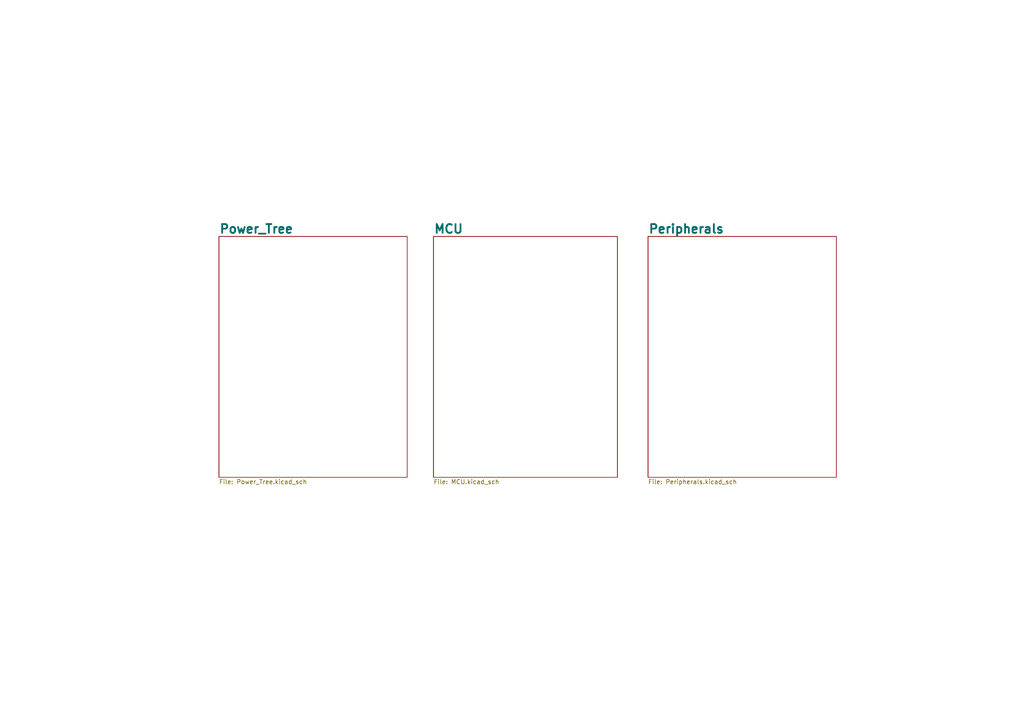
<source format=kicad_sch>
(kicad_sch
	(version 20231120)
	(generator "eeschema")
	(generator_version "8.0")
	(uuid "aaddc341-7c9c-4d67-a2d2-1ee9911ff161")
	(paper "A4")
	(lib_symbols)
	(sheet
		(at 125.73 68.58)
		(size 53.34 69.85)
		(fields_autoplaced yes)
		(stroke
			(width 0.1524)
			(type solid)
		)
		(fill
			(color 0 0 0 0.0000)
		)
		(uuid "69d05f23-a0eb-408d-a3e6-ffe38fdc84b0")
		(property "Sheetname" "MCU"
			(at 125.73 67.8684 0)
			(effects
				(font
					(size 2.54 2.54)
					(bold yes)
				)
				(justify left bottom)
			)
		)
		(property "Sheetfile" "MCU.kicad_sch"
			(at 125.73 139.0146 0)
			(effects
				(font
					(size 1.27 1.27)
				)
				(justify left top)
			)
		)
		(instances
			(project "BRS_HW_v1"
				(path "/aaddc341-7c9c-4d67-a2d2-1ee9911ff161"
					(page "3")
				)
			)
		)
	)
	(sheet
		(at 63.5 68.58)
		(size 54.61 69.85)
		(fields_autoplaced yes)
		(stroke
			(width 0.1524)
			(type solid)
		)
		(fill
			(color 0 0 0 0.0000)
		)
		(uuid "6d2925c6-6c14-408e-a8be-7c6147054c34")
		(property "Sheetname" "Power_Tree"
			(at 63.5 67.8684 0)
			(effects
				(font
					(size 2.54 2.54)
					(bold yes)
				)
				(justify left bottom)
			)
		)
		(property "Sheetfile" "Power_Tree.kicad_sch"
			(at 63.5 139.0146 0)
			(effects
				(font
					(size 1.27 1.27)
				)
				(justify left top)
			)
		)
		(instances
			(project "BRS_HW_v1"
				(path "/aaddc341-7c9c-4d67-a2d2-1ee9911ff161"
					(page "2")
				)
			)
		)
	)
	(sheet
		(at 187.96 68.58)
		(size 54.61 69.85)
		(fields_autoplaced yes)
		(stroke
			(width 0.1524)
			(type solid)
		)
		(fill
			(color 0 0 0 0.0000)
		)
		(uuid "d17c71db-c1f3-469e-adf8-de6c2c2c95c1")
		(property "Sheetname" "Peripherals"
			(at 187.96 67.8684 0)
			(effects
				(font
					(size 2.54 2.54)
					(bold yes)
				)
				(justify left bottom)
			)
		)
		(property "Sheetfile" "Peripherals.kicad_sch"
			(at 187.96 139.0146 0)
			(effects
				(font
					(size 1.27 1.27)
				)
				(justify left top)
			)
		)
		(instances
			(project "BRS_HW_v1"
				(path "/aaddc341-7c9c-4d67-a2d2-1ee9911ff161"
					(page "4")
				)
			)
		)
	)
	(sheet_instances
		(path "/"
			(page "1")
		)
	)
)

</source>
